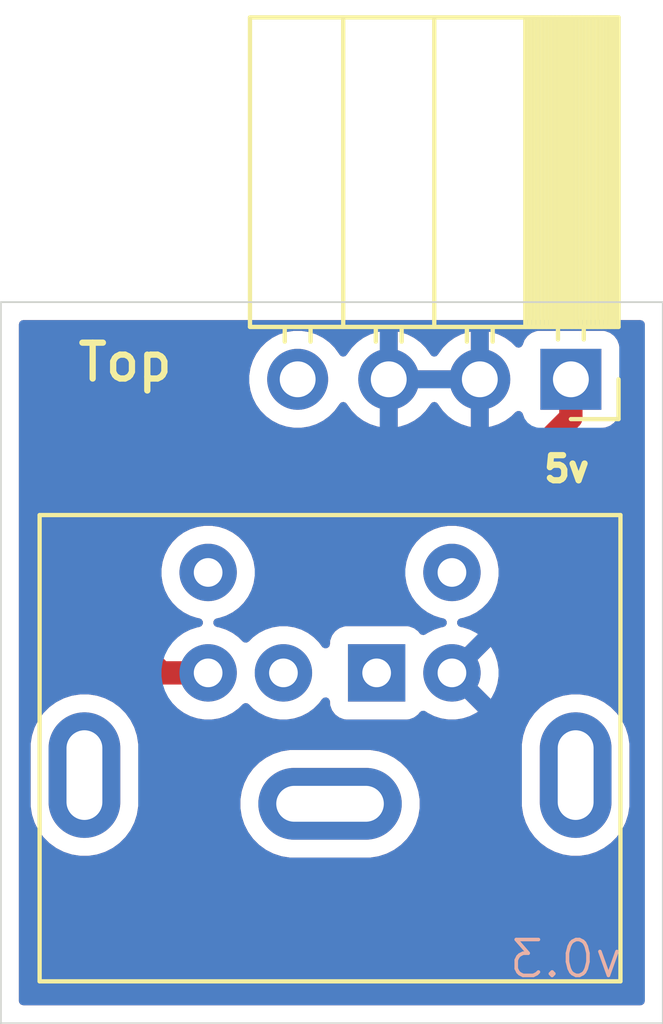
<source format=kicad_pcb>
(kicad_pcb (version 20241229) (generator "pcbnew") (generator_version "9.0")
  (layers (0 "F.Cu" signal) (2 "B.Cu" signal) (13 "F.Paste" user) (15 "B.Paste" user) (5 "F.SilkS" user "F.Silkscreen") (7 "B.SilkS" user "B.Silkscreen") (1 "F.Mask" user) (3 "B.Mask" user) (25 "Edge.Cuts" user))
  (net 0 "")
  (net 5 "GND")
  (net 7 "Net-(J3-Pin_1)")
  (footprint "4x1md_Custom_Footprints:Connector_Mini-DIN_Female_6Pin_2rows" (layer "F.Cu") (at 150.016597 93.275)
    (property "Reference" "J1" (hide yes))
    (property "Value" "Mini-DIN-6" (hide yes))
    (fp_line (start -9.4 -4.4) (end -9.4 8.6) (stroke (width 0.12)) (layer "F.SilkS"))
    (fp_line (start -9.4 -4.4) (end 6.8 -4.4) (stroke (width 0.12)) (layer "F.SilkS"))
    (fp_line (start -9.4 8.6) (end 6.8 8.6) (stroke (width 0.12)) (layer "F.SilkS"))
    (fp_line (start 6.8 -4.4) (end 6.8 8.6) (stroke (width 0.12)) (layer "F.SilkS"))
    (pad "1" thru_hole rect (at 0 0) (size 1.6 1.6) (drill 0.8) (layers "*.Cu" "*.Mask"))
    (pad "2" thru_hole circle (at -2.6 0) (size 1.6 1.6) (drill 0.8) (layers "*.Cu" "*.Mask"))
    (pad "3" thru_hole circle (at 2.1 0) (size 1.6 1.6) (drill 0.8) (layers "*.Cu" "*.Mask") (net 5 "GND"))
    (pad "4" thru_hole circle (at -4.7 0) (size 1.6 1.6) (drill 0.8) (layers "*.Cu" "*.Mask") (net 7 "Net-(J3-Pin_1)"))
    (pad "5" thru_hole circle (at 2.1 -2.8) (size 1.6 1.6) (drill 0.8) (layers "*.Cu" "*.Mask"))
    (pad "6" thru_hole circle (at -4.7 -2.8) (size 1.6 1.6) (drill 0.8) (layers "*.Cu" "*.Mask"))
    (pad "7" thru_hole oval (at -8.15 2.85) (size 2 3.5) (drill oval 1 2.5) (layers "*.Cu" "*.Mask"))
    (pad "7" thru_hole oval (at -1.3 3.65) (size 4 2) (drill oval 3 1) (layers "*.Cu" "*.Mask"))
    (pad "7" thru_hole oval (at 5.55 2.85) (size 2 3.5) (drill oval 1 2.5) (layers "*.Cu" "*.Mask"))
  )
  (footprint "Connector_PinSocket_2.54mm:PinSocket_1x04_P2.54mm_Horizontal" (layer "F.Cu") (at 155.433595 85.09 -90)
    (property "Reference" "J3" (hide yes))
    (property "Value" "Conn_01x04_Socket" (hide yes))
    (fp_line (start -10.09 8.95) (end -1.46 8.95) (stroke (width 0.12)) (layer "F.SilkS"))
    (fp_line (start -1.46 7.98) (end -1.05 7.98) (stroke (width 0.12)) (layer "F.SilkS"))
    (fp_line (start -1.46 7.26) (end -1.05 7.26) (stroke (width 0.12)) (layer "F.SilkS"))
    (fp_line (start -10.09 6.35) (end -1.46 6.35) (stroke (width 0.12)) (layer "F.SilkS"))
    (fp_line (start -1.46 5.44) (end -1.05 5.44) (stroke (width 0.12)) (layer "F.SilkS"))
    (fp_line (start -1.46 4.72) (end -1.05 4.72) (stroke (width 0.12)) (layer "F.SilkS"))
    (fp_line (start -10.09 3.81) (end -1.46 3.81) (stroke (width 0.12)) (layer "F.SilkS"))
    (fp_line (start -1.46 2.9) (end -1.05 2.9) (stroke (width 0.12)) (layer "F.SilkS"))
    (fp_line (start -1.46 2.18) (end -1.05 2.18) (stroke (width 0.12)) (layer "F.SilkS"))
    (fp_line (start -10.09 1.27) (end -1.46 1.27) (stroke (width 0.12)) (layer "F.SilkS"))
    (fp_line (start -10.09 1.1519) (end -1.46 1.1519) (stroke (width 0.12)) (layer "F.SilkS"))
    (fp_line (start -10.09 1.033805) (end -1.46 1.033805) (stroke (width 0.12)) (layer "F.SilkS"))
    (fp_line (start -10.09 0.91571) (end -1.46 0.91571) (stroke (width 0.12)) (layer "F.SilkS"))
    (fp_line (start -10.09 0.797615) (end -1.46 0.797615) (stroke (width 0.12)) (layer "F.SilkS"))
    (fp_line (start -10.09 0.67952) (end -1.46 0.67952) (stroke (width 0.12)) (layer "F.SilkS"))
    (fp_line (start -10.09 0.561425) (end -1.46 0.561425) (stroke (width 0.12)) (layer "F.SilkS"))
    (fp_line (start -10.09 0.44333) (end -1.46 0.44333) (stroke (width 0.12)) (layer "F.SilkS"))
    (fp_line (start -1.46 0.36) (end -1.11 0.36) (stroke (width 0.12)) (layer "F.SilkS"))
    (fp_line (start -10.09 0.325235) (end -1.46 0.325235) (stroke (width 0.12)) (layer "F.SilkS"))
    (fp_line (start -10.09 0.20714) (end -1.46 0.20714) (stroke (width 0.12)) (layer "F.SilkS"))
    (fp_line (start -10.09 0.089045) (end -1.46 0.089045) (stroke (width 0.12)) (layer "F.SilkS"))
    (fp_line (start -10.09 -0.02905) (end -1.46 -0.02905) (stroke (width 0.12)) (layer "F.SilkS"))
    (fp_line (start -10.09 -0.147145) (end -1.46 -0.147145) (stroke (width 0.12)) (layer "F.SilkS"))
    (fp_line (start -10.09 -0.26524) (end -1.46 -0.26524) (stroke (width 0.12)) (layer "F.SilkS"))
    (fp_line (start -1.46 -0.36) (end -1.11 -0.36) (stroke (width 0.12)) (layer "F.SilkS"))
    (fp_line (start -10.09 -0.383335) (end -1.46 -0.383335) (stroke (width 0.12)) (layer "F.SilkS"))
    (fp_line (start -10.09 -0.50143) (end -1.46 -0.50143) (stroke (width 0.12)) (layer "F.SilkS"))
    (fp_line (start -10.09 -0.619525) (end -1.46 -0.619525) (stroke (width 0.12)) (layer "F.SilkS"))
    (fp_line (start -10.09 -0.73762) (end -1.46 -0.73762) (stroke (width 0.12)) (layer "F.SilkS"))
    (fp_line (start -10.09 -0.855715) (end -1.46 -0.855715) (stroke (width 0.12)) (layer "F.SilkS"))
    (fp_line (start -10.09 -0.97381) (end -1.46 -0.97381) (stroke (width 0.12)) (layer "F.SilkS"))
    (fp_line (start -10.09 -1.091905) (end -1.46 -1.091905) (stroke (width 0.12)) (layer "F.SilkS"))
    (fp_line (start -10.09 -1.21) (end -1.46 -1.21) (stroke (width 0.12)) (layer "F.SilkS"))
    (fp_line (start -10.09 -1.33) (end -10.09 8.95) (stroke (width 0.12)) (layer "F.SilkS"))
    (fp_line (start -10.09 -1.33) (end -1.46 -1.33) (stroke (width 0.12)) (layer "F.SilkS"))
    (fp_line (start -1.46 -1.33) (end -1.46 8.95) (stroke (width 0.12)) (layer "F.SilkS"))
    (fp_line (start 0 -1.33) (end 1.11 -1.33) (stroke (width 0.12)) (layer "F.SilkS"))
    (fp_line (start 1.11 -1.33) (end 1.11 0) (stroke (width 0.12)) (layer "F.SilkS"))
    (pad "1" thru_hole rect (at 0 0 270) (size 1.7 1.7) (drill 1) (layers "*.Cu" "*.Mask") (net 7 "Net-(J3-Pin_1)"))
    (pad "2" thru_hole oval (at 0 2.54 270) (size 1.7 1.7) (drill 1) (layers "*.Cu" "*.Mask") (net 5 "GND"))
    (pad "3" thru_hole oval (at 0 5.08 270) (size 1.7 1.7) (drill 1) (layers "*.Cu" "*.Mask") (net 5 "GND"))
    (pad "4" thru_hole oval (at 0 7.62 270) (size 1.7 1.7) (drill 1) (layers "*.Cu" "*.Mask"))
  )
  (gr_rect (start 139.536699 82.938158) (end 157.997602 103.044143) (stroke (width 0.05)) (fill no) (layer "Edge.Cuts"))
  (gr_text "Top\n" (at 141.6 85.2 0) (layer "F.SilkS") (effects (font (size 1 1) (thickness 0.175) (bold yes)) (justify left bottom)))
  (gr_text "5v" (at 154.6 88 0) (layer "F.SilkS") (effects (font (size 0.7 0.7) (thickness 0.175) (bold yes)) (justify left bottom)))
  (gr_text "v0.3" (at 156.928043 101.836874 0) (layer "B.SilkS") (effects (font (size 1 1) (thickness 0.1)) (justify left bottom mirror)))
  (segment (start 144.166897 87.788024) (end 153.804282 87.788024) (width 0.65) (layer "F.Cu") (net 7))
  (segment (start 142.695079 89.259842) (end 144.166897 87.788024) (width 0.65) (layer "F.Cu") (net 7))
  (segment (start 155.433595 86.158711) (end 155.433595 85.09) (width 0.65) (layer "F.Cu") (net 7))
  (segment (start 142.695079 91.957602) (end 142.695079 89.259842) (width 0.65) (layer "F.Cu") (net 7))
  (segment (start 153.804282 87.788024) (end 155.433595 86.158711) (width 0.65) (layer "F.Cu") (net 7))
  (segment (start 144.012477 93.275) (end 142.695079 91.957602) (width 0.65) (layer "F.Cu") (net 7))
  (segment (start 145.316597 93.275) (end 144.012477 93.275) (width 0.65) (layer "F.Cu") (net 7))
  (zone (net 5) (net_name "GND") (layers "F.Cu" "B.Cu") (connect_pads (clearance 0.5)) (min_thickness 0.25) (fill yes (thermal_gap 0.5) (thermal_bridge_width 0.5))
    (polygon (pts (xy 139.55627 82.955603) (xy 158.004191 82.948144) (xy 158.000316 103.038214) (xy 139.537169 103.045357)))
  )
  (zone (net 5) (net_name "GND") (layer "B.Cu") (priority 1) (connect_pads (clearance 0.5)) (min_thickness 0.25) (fill yes (thermal_gap 0.5) (thermal_bridge_width 0.5))
    (polygon (pts (xy 139.55627 82.955603) (xy 158.004191 82.948144) (xy 158.000316 103.038214) (xy 139.537169 103.045357)))
  )
)
</source>
